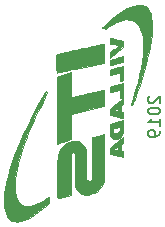
<source format=gbo>
G04 #@! TF.GenerationSoftware,KiCad,Pcbnew,(5.1.2)-1*
G04 #@! TF.CreationDate,2019-11-06T14:03:34-03:00*
G04 #@! TF.ProjectId,Xbee,58626565-2e6b-4696-9361-645f70636258,rev?*
G04 #@! TF.SameCoordinates,Original*
G04 #@! TF.FileFunction,Legend,Bot*
G04 #@! TF.FilePolarity,Positive*
%FSLAX46Y46*%
G04 Gerber Fmt 4.6, Leading zero omitted, Abs format (unit mm)*
G04 Created by KiCad (PCBNEW (5.1.2)-1) date 2019-11-06 14:03:34*
%MOMM*%
%LPD*%
G04 APERTURE LIST*
%ADD10C,0.150000*%
%ADD11C,0.010000*%
G04 APERTURE END LIST*
D10*
X158348419Y-51986394D02*
X158300800Y-52034013D01*
X158253180Y-52129251D01*
X158253180Y-52367346D01*
X158300800Y-52462584D01*
X158348419Y-52510203D01*
X158443657Y-52557822D01*
X158538895Y-52557822D01*
X158681752Y-52510203D01*
X159253180Y-51938775D01*
X159253180Y-52557822D01*
X158253180Y-53176870D02*
X158253180Y-53272108D01*
X158300800Y-53367346D01*
X158348419Y-53414965D01*
X158443657Y-53462584D01*
X158634133Y-53510203D01*
X158872228Y-53510203D01*
X159062704Y-53462584D01*
X159157942Y-53414965D01*
X159205561Y-53367346D01*
X159253180Y-53272108D01*
X159253180Y-53176870D01*
X159205561Y-53081632D01*
X159157942Y-53034013D01*
X159062704Y-52986394D01*
X158872228Y-52938775D01*
X158634133Y-52938775D01*
X158443657Y-52986394D01*
X158348419Y-53034013D01*
X158300800Y-53081632D01*
X158253180Y-53176870D01*
X159253180Y-54462584D02*
X159253180Y-53891156D01*
X159253180Y-54176870D02*
X158253180Y-54176870D01*
X158396038Y-54081632D01*
X158491276Y-53986394D01*
X158538895Y-53891156D01*
X159253180Y-54938775D02*
X159253180Y-55129251D01*
X159205561Y-55224489D01*
X159157942Y-55272108D01*
X159015085Y-55367346D01*
X158824609Y-55414965D01*
X158443657Y-55414965D01*
X158348419Y-55367346D01*
X158300800Y-55319727D01*
X158253180Y-55224489D01*
X158253180Y-55034013D01*
X158300800Y-54938775D01*
X158348419Y-54891156D01*
X158443657Y-54843537D01*
X158681752Y-54843537D01*
X158776990Y-54891156D01*
X158824609Y-54938775D01*
X158872228Y-55034013D01*
X158872228Y-55224489D01*
X158824609Y-55319727D01*
X158776990Y-55367346D01*
X158681752Y-55414965D01*
D11*
G36*
X146066855Y-61317247D02*
G01*
X146114211Y-61613606D01*
X146188995Y-61873916D01*
X146291363Y-62096888D01*
X146421468Y-62281232D01*
X146579465Y-62425659D01*
X146731176Y-62513965D01*
X146815306Y-62549705D01*
X146888768Y-62571533D01*
X146969504Y-62582698D01*
X147075455Y-62586452D01*
X147132040Y-62586600D01*
X147325128Y-62576272D01*
X147512828Y-62544030D01*
X147707248Y-62486597D01*
X147920502Y-62400695D01*
X148059140Y-62335782D01*
X148362771Y-62171475D01*
X148685976Y-61965789D01*
X149024122Y-61722007D01*
X149372572Y-61443411D01*
X149614538Y-61234420D01*
X149824440Y-61047669D01*
X149824440Y-60782854D01*
X149823783Y-60673787D01*
X149822007Y-60586540D01*
X149819404Y-60531645D01*
X149817081Y-60518040D01*
X149794436Y-60531277D01*
X149737403Y-60567593D01*
X149653867Y-60621890D01*
X149551711Y-60689073D01*
X149518631Y-60710966D01*
X149344055Y-60820688D01*
X149156099Y-60928491D01*
X148966262Y-61028511D01*
X148786047Y-61114887D01*
X148626954Y-61181756D01*
X148529040Y-61215395D01*
X148261541Y-61275035D01*
X148016918Y-61289439D01*
X147795816Y-61258959D01*
X147598884Y-61183948D01*
X147426769Y-61064760D01*
X147280119Y-60901747D01*
X147159580Y-60695262D01*
X147065799Y-60445659D01*
X147056169Y-60412087D01*
X146996201Y-60122504D01*
X146965853Y-59793893D01*
X146964740Y-59428219D01*
X146992476Y-59027446D01*
X147048677Y-58593538D01*
X147132957Y-58128459D01*
X147244931Y-57634174D01*
X147384214Y-57112645D01*
X147550419Y-56565839D01*
X147743163Y-55995717D01*
X147962060Y-55404246D01*
X148113822Y-55020050D01*
X148321525Y-54523012D01*
X148552327Y-54000250D01*
X148799105Y-53466874D01*
X149054738Y-52937994D01*
X149312105Y-52428720D01*
X149524303Y-52027357D01*
X149729231Y-51648542D01*
X149626655Y-51545966D01*
X149384228Y-51952357D01*
X149136579Y-52376670D01*
X148881882Y-52830217D01*
X148625680Y-53302345D01*
X148373513Y-53782397D01*
X148130924Y-54259718D01*
X147903452Y-54723653D01*
X147696640Y-55163545D01*
X147581764Y-55418308D01*
X147312031Y-56046711D01*
X147067871Y-56654534D01*
X146849441Y-57240487D01*
X146656893Y-57803282D01*
X146490383Y-58341630D01*
X146350066Y-58854240D01*
X146236096Y-59339826D01*
X146148627Y-59797096D01*
X146087813Y-60224762D01*
X146053811Y-60621536D01*
X146046773Y-60986127D01*
X146066855Y-61317247D01*
X146066855Y-61317247D01*
G37*
X146066855Y-61317247D02*
X146114211Y-61613606D01*
X146188995Y-61873916D01*
X146291363Y-62096888D01*
X146421468Y-62281232D01*
X146579465Y-62425659D01*
X146731176Y-62513965D01*
X146815306Y-62549705D01*
X146888768Y-62571533D01*
X146969504Y-62582698D01*
X147075455Y-62586452D01*
X147132040Y-62586600D01*
X147325128Y-62576272D01*
X147512828Y-62544030D01*
X147707248Y-62486597D01*
X147920502Y-62400695D01*
X148059140Y-62335782D01*
X148362771Y-62171475D01*
X148685976Y-61965789D01*
X149024122Y-61722007D01*
X149372572Y-61443411D01*
X149614538Y-61234420D01*
X149824440Y-61047669D01*
X149824440Y-60782854D01*
X149823783Y-60673787D01*
X149822007Y-60586540D01*
X149819404Y-60531645D01*
X149817081Y-60518040D01*
X149794436Y-60531277D01*
X149737403Y-60567593D01*
X149653867Y-60621890D01*
X149551711Y-60689073D01*
X149518631Y-60710966D01*
X149344055Y-60820688D01*
X149156099Y-60928491D01*
X148966262Y-61028511D01*
X148786047Y-61114887D01*
X148626954Y-61181756D01*
X148529040Y-61215395D01*
X148261541Y-61275035D01*
X148016918Y-61289439D01*
X147795816Y-61258959D01*
X147598884Y-61183948D01*
X147426769Y-61064760D01*
X147280119Y-60901747D01*
X147159580Y-60695262D01*
X147065799Y-60445659D01*
X147056169Y-60412087D01*
X146996201Y-60122504D01*
X146965853Y-59793893D01*
X146964740Y-59428219D01*
X146992476Y-59027446D01*
X147048677Y-58593538D01*
X147132957Y-58128459D01*
X147244931Y-57634174D01*
X147384214Y-57112645D01*
X147550419Y-56565839D01*
X147743163Y-55995717D01*
X147962060Y-55404246D01*
X148113822Y-55020050D01*
X148321525Y-54523012D01*
X148552327Y-54000250D01*
X148799105Y-53466874D01*
X149054738Y-52937994D01*
X149312105Y-52428720D01*
X149524303Y-52027357D01*
X149729231Y-51648542D01*
X149626655Y-51545966D01*
X149384228Y-51952357D01*
X149136579Y-52376670D01*
X148881882Y-52830217D01*
X148625680Y-53302345D01*
X148373513Y-53782397D01*
X148130924Y-54259718D01*
X147903452Y-54723653D01*
X147696640Y-55163545D01*
X147581764Y-55418308D01*
X147312031Y-56046711D01*
X147067871Y-56654534D01*
X146849441Y-57240487D01*
X146656893Y-57803282D01*
X146490383Y-58341630D01*
X146350066Y-58854240D01*
X146236096Y-59339826D01*
X146148627Y-59797096D01*
X146087813Y-60224762D01*
X146053811Y-60621536D01*
X146046773Y-60986127D01*
X146066855Y-61317247D01*
G36*
X150564741Y-59964691D02*
G01*
X150565805Y-60149266D01*
X150567579Y-60298288D01*
X150570105Y-60414807D01*
X150573425Y-60501873D01*
X150577582Y-60562533D01*
X150582617Y-60599838D01*
X150588574Y-60616836D01*
X150591831Y-60618676D01*
X150625029Y-60611836D01*
X150699537Y-60593239D01*
X150807760Y-60564887D01*
X150942105Y-60528781D01*
X151094979Y-60486922D01*
X151157940Y-60469482D01*
X151691340Y-60321252D01*
X151704040Y-58563193D01*
X151716740Y-56805135D01*
X151776703Y-56756587D01*
X151851424Y-56714714D01*
X151922879Y-56718994D01*
X152001073Y-56769315D01*
X152072340Y-56830591D01*
X152085040Y-58210765D01*
X152097740Y-59590940D01*
X152158807Y-59743340D01*
X152238750Y-59889387D01*
X152353951Y-60030061D01*
X152490933Y-60152060D01*
X152636216Y-60242083D01*
X152685598Y-60263227D01*
X152904107Y-60321699D01*
X153125018Y-60333232D01*
X153352463Y-60297459D01*
X153590574Y-60214014D01*
X153672540Y-60175784D01*
X153884385Y-60045080D01*
X154080136Y-59873412D01*
X154251483Y-59670013D01*
X154390115Y-59444119D01*
X154450241Y-59311540D01*
X154510740Y-59159140D01*
X154524922Y-55217464D01*
X154013612Y-55327840D01*
X153858398Y-55361797D01*
X153719787Y-55392977D01*
X153605579Y-55419557D01*
X153523575Y-55439711D01*
X153481574Y-55451616D01*
X153478291Y-55453056D01*
X153473619Y-55481122D01*
X153469491Y-55557681D01*
X153465935Y-55680429D01*
X153462976Y-55847064D01*
X153460640Y-56055280D01*
X153458953Y-56302774D01*
X153457941Y-56587241D01*
X153457631Y-56906379D01*
X153458028Y-57248974D01*
X153461776Y-59030053D01*
X153405594Y-59075546D01*
X153320284Y-59114827D01*
X153219429Y-59118226D01*
X153122470Y-59086696D01*
X153083406Y-59059765D01*
X153012140Y-58998491D01*
X152999440Y-57732615D01*
X152986740Y-56466740D01*
X152920055Y-56327040D01*
X152815416Y-56150144D01*
X152685292Y-56011556D01*
X152519838Y-55901252D01*
X152483717Y-55882724D01*
X152289429Y-55806539D01*
X152096612Y-55773668D01*
X151892195Y-55782674D01*
X151772159Y-55804495D01*
X151570336Y-55861830D01*
X151394802Y-55941511D01*
X151231041Y-56051753D01*
X151064541Y-56200772D01*
X151054524Y-56210749D01*
X150895028Y-56385632D01*
X150771896Y-56558336D01*
X150674236Y-56745331D01*
X150630575Y-56851915D01*
X150619803Y-56881063D01*
X150610485Y-56910165D01*
X150602500Y-56942985D01*
X150595725Y-56983284D01*
X150590037Y-57034824D01*
X150585313Y-57101368D01*
X150581430Y-57186677D01*
X150578267Y-57294514D01*
X150575700Y-57428641D01*
X150573607Y-57592820D01*
X150571864Y-57790813D01*
X150570350Y-58026382D01*
X150568942Y-58303290D01*
X150567517Y-58625299D01*
X150566736Y-58809890D01*
X150565384Y-59167163D01*
X150564573Y-59476689D01*
X150564345Y-59741515D01*
X150564741Y-59964691D01*
X150564741Y-59964691D01*
G37*
X150564741Y-59964691D02*
X150565805Y-60149266D01*
X150567579Y-60298288D01*
X150570105Y-60414807D01*
X150573425Y-60501873D01*
X150577582Y-60562533D01*
X150582617Y-60599838D01*
X150588574Y-60616836D01*
X150591831Y-60618676D01*
X150625029Y-60611836D01*
X150699537Y-60593239D01*
X150807760Y-60564887D01*
X150942105Y-60528781D01*
X151094979Y-60486922D01*
X151157940Y-60469482D01*
X151691340Y-60321252D01*
X151704040Y-58563193D01*
X151716740Y-56805135D01*
X151776703Y-56756587D01*
X151851424Y-56714714D01*
X151922879Y-56718994D01*
X152001073Y-56769315D01*
X152072340Y-56830591D01*
X152085040Y-58210765D01*
X152097740Y-59590940D01*
X152158807Y-59743340D01*
X152238750Y-59889387D01*
X152353951Y-60030061D01*
X152490933Y-60152060D01*
X152636216Y-60242083D01*
X152685598Y-60263227D01*
X152904107Y-60321699D01*
X153125018Y-60333232D01*
X153352463Y-60297459D01*
X153590574Y-60214014D01*
X153672540Y-60175784D01*
X153884385Y-60045080D01*
X154080136Y-59873412D01*
X154251483Y-59670013D01*
X154390115Y-59444119D01*
X154450241Y-59311540D01*
X154510740Y-59159140D01*
X154524922Y-55217464D01*
X154013612Y-55327840D01*
X153858398Y-55361797D01*
X153719787Y-55392977D01*
X153605579Y-55419557D01*
X153523575Y-55439711D01*
X153481574Y-55451616D01*
X153478291Y-55453056D01*
X153473619Y-55481122D01*
X153469491Y-55557681D01*
X153465935Y-55680429D01*
X153462976Y-55847064D01*
X153460640Y-56055280D01*
X153458953Y-56302774D01*
X153457941Y-56587241D01*
X153457631Y-56906379D01*
X153458028Y-57248974D01*
X153461776Y-59030053D01*
X153405594Y-59075546D01*
X153320284Y-59114827D01*
X153219429Y-59118226D01*
X153122470Y-59086696D01*
X153083406Y-59059765D01*
X153012140Y-58998491D01*
X152999440Y-57732615D01*
X152986740Y-56466740D01*
X152920055Y-56327040D01*
X152815416Y-56150144D01*
X152685292Y-56011556D01*
X152519838Y-55901252D01*
X152483717Y-55882724D01*
X152289429Y-55806539D01*
X152096612Y-55773668D01*
X151892195Y-55782674D01*
X151772159Y-55804495D01*
X151570336Y-55861830D01*
X151394802Y-55941511D01*
X151231041Y-56051753D01*
X151064541Y-56200772D01*
X151054524Y-56210749D01*
X150895028Y-56385632D01*
X150771896Y-56558336D01*
X150674236Y-56745331D01*
X150630575Y-56851915D01*
X150619803Y-56881063D01*
X150610485Y-56910165D01*
X150602500Y-56942985D01*
X150595725Y-56983284D01*
X150590037Y-57034824D01*
X150585313Y-57101368D01*
X150581430Y-57186677D01*
X150578267Y-57294514D01*
X150575700Y-57428641D01*
X150573607Y-57592820D01*
X150571864Y-57790813D01*
X150570350Y-58026382D01*
X150568942Y-58303290D01*
X150567517Y-58625299D01*
X150566736Y-58809890D01*
X150565384Y-59167163D01*
X150564573Y-59476689D01*
X150564345Y-59741515D01*
X150564741Y-59964691D01*
G36*
X150884780Y-55891485D02*
G01*
X151035392Y-55845073D01*
X151196961Y-55795286D01*
X151348736Y-55748521D01*
X151456390Y-55715353D01*
X151704040Y-55639058D01*
X151704169Y-54566999D01*
X151704299Y-53494940D01*
X153113869Y-53165156D01*
X154523440Y-52835372D01*
X154523440Y-52130106D01*
X154523129Y-51946757D01*
X154522252Y-51781151D01*
X154520892Y-51639741D01*
X154519130Y-51528980D01*
X154517049Y-51455321D01*
X154514732Y-51425219D01*
X154514436Y-51424840D01*
X154488038Y-51430468D01*
X154417645Y-51446500D01*
X154308699Y-51471657D01*
X154166644Y-51504661D01*
X153996921Y-51544232D01*
X153804975Y-51589093D01*
X153596247Y-51637963D01*
X153376181Y-51689564D01*
X153150219Y-51742618D01*
X152923804Y-51795845D01*
X152702380Y-51847967D01*
X152491388Y-51897706D01*
X152296273Y-51943781D01*
X152122476Y-51984915D01*
X151975441Y-52019829D01*
X151860610Y-52047243D01*
X151783426Y-52065880D01*
X151749333Y-52074460D01*
X151748761Y-52074632D01*
X151738046Y-52075446D01*
X151729158Y-52067631D01*
X151721891Y-52046805D01*
X151716037Y-52008587D01*
X151711391Y-51948596D01*
X151707745Y-51862453D01*
X151704893Y-51745774D01*
X151702629Y-51594181D01*
X151700745Y-51403292D01*
X151699035Y-51168726D01*
X151697961Y-50997726D01*
X151691340Y-49906962D01*
X150573740Y-50321368D01*
X150560820Y-55991322D01*
X150884780Y-55891485D01*
X150884780Y-55891485D01*
G37*
X150884780Y-55891485D02*
X151035392Y-55845073D01*
X151196961Y-55795286D01*
X151348736Y-55748521D01*
X151456390Y-55715353D01*
X151704040Y-55639058D01*
X151704169Y-54566999D01*
X151704299Y-53494940D01*
X153113869Y-53165156D01*
X154523440Y-52835372D01*
X154523440Y-52130106D01*
X154523129Y-51946757D01*
X154522252Y-51781151D01*
X154520892Y-51639741D01*
X154519130Y-51528980D01*
X154517049Y-51455321D01*
X154514732Y-51425219D01*
X154514436Y-51424840D01*
X154488038Y-51430468D01*
X154417645Y-51446500D01*
X154308699Y-51471657D01*
X154166644Y-51504661D01*
X153996921Y-51544232D01*
X153804975Y-51589093D01*
X153596247Y-51637963D01*
X153376181Y-51689564D01*
X153150219Y-51742618D01*
X152923804Y-51795845D01*
X152702380Y-51847967D01*
X152491388Y-51897706D01*
X152296273Y-51943781D01*
X152122476Y-51984915D01*
X151975441Y-52019829D01*
X151860610Y-52047243D01*
X151783426Y-52065880D01*
X151749333Y-52074460D01*
X151748761Y-52074632D01*
X151738046Y-52075446D01*
X151729158Y-52067631D01*
X151721891Y-52046805D01*
X151716037Y-52008587D01*
X151711391Y-51948596D01*
X151707745Y-51862453D01*
X151704893Y-51745774D01*
X151702629Y-51594181D01*
X151700745Y-51403292D01*
X151699035Y-51168726D01*
X151697961Y-50997726D01*
X151691340Y-49906962D01*
X150573740Y-50321368D01*
X150560820Y-55991322D01*
X150884780Y-55891485D01*
G36*
X150485284Y-49221094D02*
G01*
X150486446Y-49392359D01*
X150488237Y-49554862D01*
X150490628Y-49701160D01*
X150493586Y-49823809D01*
X150497081Y-49915363D01*
X150501083Y-49968380D01*
X150503890Y-49978647D01*
X150531119Y-49973715D01*
X150604269Y-49958935D01*
X150719588Y-49935100D01*
X150873322Y-49902998D01*
X151061720Y-49863422D01*
X151281028Y-49817162D01*
X151527494Y-49765008D01*
X151797366Y-49707751D01*
X152086889Y-49646183D01*
X152392313Y-49581093D01*
X152523018Y-49553197D01*
X154523096Y-49126140D01*
X154523268Y-48330678D01*
X154523166Y-48108632D01*
X154522563Y-47932282D01*
X154521169Y-47796522D01*
X154518694Y-47696247D01*
X154514850Y-47626354D01*
X154509348Y-47581738D01*
X154501899Y-47557293D01*
X154492213Y-47547916D01*
X154480002Y-47548502D01*
X154478990Y-47548801D01*
X154448417Y-47555936D01*
X154373102Y-47572605D01*
X154257607Y-47597829D01*
X154106498Y-47630632D01*
X153924336Y-47670034D01*
X153715687Y-47715057D01*
X153485114Y-47764723D01*
X153237180Y-47818054D01*
X152976450Y-47874072D01*
X152707487Y-47931798D01*
X152434854Y-47990255D01*
X152163116Y-48048464D01*
X151896836Y-48105446D01*
X151640578Y-48160224D01*
X151398906Y-48211819D01*
X151176383Y-48259254D01*
X150977574Y-48301550D01*
X150807041Y-48337728D01*
X150669348Y-48366811D01*
X150569060Y-48387820D01*
X150510740Y-48399778D01*
X150497367Y-48402240D01*
X150493260Y-48426395D01*
X150489997Y-48493899D01*
X150487549Y-48597307D01*
X150485884Y-48729174D01*
X150484973Y-48882057D01*
X150484783Y-49048512D01*
X150485284Y-49221094D01*
X150485284Y-49221094D01*
G37*
X150485284Y-49221094D02*
X150486446Y-49392359D01*
X150488237Y-49554862D01*
X150490628Y-49701160D01*
X150493586Y-49823809D01*
X150497081Y-49915363D01*
X150501083Y-49968380D01*
X150503890Y-49978647D01*
X150531119Y-49973715D01*
X150604269Y-49958935D01*
X150719588Y-49935100D01*
X150873322Y-49902998D01*
X151061720Y-49863422D01*
X151281028Y-49817162D01*
X151527494Y-49765008D01*
X151797366Y-49707751D01*
X152086889Y-49646183D01*
X152392313Y-49581093D01*
X152523018Y-49553197D01*
X154523096Y-49126140D01*
X154523268Y-48330678D01*
X154523166Y-48108632D01*
X154522563Y-47932282D01*
X154521169Y-47796522D01*
X154518694Y-47696247D01*
X154514850Y-47626354D01*
X154509348Y-47581738D01*
X154501899Y-47557293D01*
X154492213Y-47547916D01*
X154480002Y-47548502D01*
X154478990Y-47548801D01*
X154448417Y-47555936D01*
X154373102Y-47572605D01*
X154257607Y-47597829D01*
X154106498Y-47630632D01*
X153924336Y-47670034D01*
X153715687Y-47715057D01*
X153485114Y-47764723D01*
X153237180Y-47818054D01*
X152976450Y-47874072D01*
X152707487Y-47931798D01*
X152434854Y-47990255D01*
X152163116Y-48048464D01*
X151896836Y-48105446D01*
X151640578Y-48160224D01*
X151398906Y-48211819D01*
X151176383Y-48259254D01*
X150977574Y-48301550D01*
X150807041Y-48337728D01*
X150669348Y-48366811D01*
X150569060Y-48387820D01*
X150510740Y-48399778D01*
X150497367Y-48402240D01*
X150493260Y-48426395D01*
X150489997Y-48493899D01*
X150487549Y-48597307D01*
X150485884Y-48729174D01*
X150484973Y-48882057D01*
X150484783Y-49048512D01*
X150485284Y-49221094D01*
G36*
X155011560Y-56592712D02*
G01*
X155018740Y-56847740D01*
X155539440Y-56978794D01*
X155697043Y-57018043D01*
X155839849Y-57052817D01*
X155959838Y-57081228D01*
X156048994Y-57101386D01*
X156099296Y-57111403D01*
X156105509Y-57112144D01*
X156126291Y-57108719D01*
X156139027Y-57089823D01*
X156145130Y-57046358D01*
X156146013Y-56969227D01*
X156143609Y-56866790D01*
X156136340Y-56619140D01*
X155958540Y-56593740D01*
X155951370Y-56324607D01*
X155944200Y-56055475D01*
X156149040Y-55919919D01*
X156149040Y-55677717D01*
X156147781Y-55563948D01*
X156143246Y-55493561D01*
X156134297Y-55459182D01*
X156119797Y-55453438D01*
X156114804Y-55455827D01*
X156086532Y-55476584D01*
X156024186Y-55524806D01*
X155933290Y-55596137D01*
X155819370Y-55686224D01*
X155717240Y-55767425D01*
X155717240Y-56222399D01*
X155717240Y-56560627D01*
X155558490Y-56542612D01*
X155448362Y-56528132D01*
X155385607Y-56511439D01*
X155369235Y-56486987D01*
X155398253Y-56449225D01*
X155471670Y-56392605D01*
X155525006Y-56355290D01*
X155717240Y-56222399D01*
X155717240Y-55767425D01*
X155687951Y-55790712D01*
X155544558Y-55905245D01*
X155542474Y-55906912D01*
X155004380Y-56337685D01*
X155011560Y-56592712D01*
X155011560Y-56592712D01*
G37*
X155011560Y-56592712D02*
X155018740Y-56847740D01*
X155539440Y-56978794D01*
X155697043Y-57018043D01*
X155839849Y-57052817D01*
X155959838Y-57081228D01*
X156048994Y-57101386D01*
X156099296Y-57111403D01*
X156105509Y-57112144D01*
X156126291Y-57108719D01*
X156139027Y-57089823D01*
X156145130Y-57046358D01*
X156146013Y-56969227D01*
X156143609Y-56866790D01*
X156136340Y-56619140D01*
X155958540Y-56593740D01*
X155951370Y-56324607D01*
X155944200Y-56055475D01*
X156149040Y-55919919D01*
X156149040Y-55677717D01*
X156147781Y-55563948D01*
X156143246Y-55493561D01*
X156134297Y-55459182D01*
X156119797Y-55453438D01*
X156114804Y-55455827D01*
X156086532Y-55476584D01*
X156024186Y-55524806D01*
X155933290Y-55596137D01*
X155819370Y-55686224D01*
X155717240Y-55767425D01*
X155717240Y-56222399D01*
X155717240Y-56560627D01*
X155558490Y-56542612D01*
X155448362Y-56528132D01*
X155385607Y-56511439D01*
X155369235Y-56486987D01*
X155398253Y-56449225D01*
X155471670Y-56392605D01*
X155525006Y-56355290D01*
X155717240Y-56222399D01*
X155717240Y-55767425D01*
X155687951Y-55790712D01*
X155544558Y-55905245D01*
X155542474Y-55906912D01*
X155004380Y-56337685D01*
X155011560Y-56592712D01*
G36*
X155020721Y-54795818D02*
G01*
X155021746Y-54965344D01*
X155023832Y-55092647D01*
X155027879Y-55186303D01*
X155034788Y-55254890D01*
X155045457Y-55306985D01*
X155060787Y-55351163D01*
X155081678Y-55396001D01*
X155084221Y-55401078D01*
X155160453Y-55514368D01*
X155255658Y-55582401D01*
X155376354Y-55608739D01*
X155459857Y-55606386D01*
X155630005Y-55569291D01*
X155786612Y-55495495D01*
X155915860Y-55392352D01*
X155960123Y-55340080D01*
X156013828Y-55261280D01*
X156055317Y-55182976D01*
X156086373Y-55096774D01*
X156108775Y-54994279D01*
X156124305Y-54867098D01*
X156134743Y-54706835D01*
X156141870Y-54505097D01*
X156142521Y-54480301D01*
X156155015Y-53992463D01*
X155967877Y-54045906D01*
X155877178Y-54071676D01*
X155877178Y-54567763D01*
X155879241Y-54568338D01*
X155891645Y-54601430D01*
X155892031Y-54667938D01*
X155882634Y-54752518D01*
X155865686Y-54839826D01*
X155843423Y-54914519D01*
X155822878Y-54955440D01*
X155746037Y-55025799D01*
X155634739Y-55083626D01*
X155505142Y-55120725D01*
X155493046Y-55122781D01*
X155404646Y-55123461D01*
X155342139Y-55089405D01*
X155301006Y-55015814D01*
X155276728Y-54897888D01*
X155276059Y-54892313D01*
X155268645Y-54811272D01*
X155267254Y-54752928D01*
X155270721Y-54733092D01*
X155302060Y-54718727D01*
X155369807Y-54696145D01*
X155462109Y-54668554D01*
X155567116Y-54639163D01*
X155672978Y-54611179D01*
X155767843Y-54587813D01*
X155839860Y-54572271D01*
X155877178Y-54567763D01*
X155877178Y-54071676D01*
X155874525Y-54072430D01*
X155746966Y-54108484D01*
X155599917Y-54149919D01*
X155448095Y-54192584D01*
X155399740Y-54206146D01*
X155018740Y-54312943D01*
X155020721Y-54795818D01*
X155020721Y-54795818D01*
G37*
X155020721Y-54795818D02*
X155021746Y-54965344D01*
X155023832Y-55092647D01*
X155027879Y-55186303D01*
X155034788Y-55254890D01*
X155045457Y-55306985D01*
X155060787Y-55351163D01*
X155081678Y-55396001D01*
X155084221Y-55401078D01*
X155160453Y-55514368D01*
X155255658Y-55582401D01*
X155376354Y-55608739D01*
X155459857Y-55606386D01*
X155630005Y-55569291D01*
X155786612Y-55495495D01*
X155915860Y-55392352D01*
X155960123Y-55340080D01*
X156013828Y-55261280D01*
X156055317Y-55182976D01*
X156086373Y-55096774D01*
X156108775Y-54994279D01*
X156124305Y-54867098D01*
X156134743Y-54706835D01*
X156141870Y-54505097D01*
X156142521Y-54480301D01*
X156155015Y-53992463D01*
X155967877Y-54045906D01*
X155877178Y-54071676D01*
X155877178Y-54567763D01*
X155879241Y-54568338D01*
X155891645Y-54601430D01*
X155892031Y-54667938D01*
X155882634Y-54752518D01*
X155865686Y-54839826D01*
X155843423Y-54914519D01*
X155822878Y-54955440D01*
X155746037Y-55025799D01*
X155634739Y-55083626D01*
X155505142Y-55120725D01*
X155493046Y-55122781D01*
X155404646Y-55123461D01*
X155342139Y-55089405D01*
X155301006Y-55015814D01*
X155276728Y-54897888D01*
X155276059Y-54892313D01*
X155268645Y-54811272D01*
X155267254Y-54752928D01*
X155270721Y-54733092D01*
X155302060Y-54718727D01*
X155369807Y-54696145D01*
X155462109Y-54668554D01*
X155567116Y-54639163D01*
X155672978Y-54611179D01*
X155767843Y-54587813D01*
X155839860Y-54572271D01*
X155877178Y-54567763D01*
X155877178Y-54071676D01*
X155874525Y-54072430D01*
X155746966Y-54108484D01*
X155599917Y-54149919D01*
X155448095Y-54192584D01*
X155399740Y-54206146D01*
X155018740Y-54312943D01*
X155020721Y-54795818D01*
G36*
X155018740Y-53567397D02*
G01*
X155514040Y-53687721D01*
X155670013Y-53725479D01*
X155813024Y-53759853D01*
X155934249Y-53788740D01*
X156024863Y-53810039D01*
X156076041Y-53821649D01*
X156079190Y-53822307D01*
X156149040Y-53836570D01*
X156149040Y-53583205D01*
X156148607Y-53468104D01*
X156145808Y-53394517D01*
X156138392Y-53353161D01*
X156124107Y-53334749D01*
X156100704Y-53329996D01*
X156087617Y-53329840D01*
X156026980Y-53327335D01*
X155986662Y-53314097D01*
X155962528Y-53281536D01*
X155950442Y-53221062D01*
X155946268Y-53124087D01*
X155945840Y-53035382D01*
X155945840Y-52771760D01*
X156047440Y-52704525D01*
X156149040Y-52637289D01*
X156149040Y-52399364D01*
X156147457Y-52296470D01*
X156143206Y-52215972D01*
X156137034Y-52168979D01*
X156133045Y-52161440D01*
X156109837Y-52176706D01*
X156052260Y-52219814D01*
X155965500Y-52286728D01*
X155854742Y-52373411D01*
X155725171Y-52475828D01*
X155705756Y-52491299D01*
X155705756Y-52948840D01*
X155711574Y-52972027D01*
X155715705Y-53032754D01*
X155717240Y-53115958D01*
X155717240Y-53283076D01*
X155647390Y-53269320D01*
X155578575Y-53257309D01*
X155489365Y-53243606D01*
X155457149Y-53239056D01*
X155390089Y-53225673D01*
X155352677Y-53209861D01*
X155349701Y-53201607D01*
X155374626Y-53178973D01*
X155428506Y-53137512D01*
X155499175Y-53085860D01*
X155574465Y-53032656D01*
X155642210Y-52986537D01*
X155690242Y-52956141D01*
X155705756Y-52948840D01*
X155705756Y-52491299D01*
X155581971Y-52589943D01*
X155560668Y-52606993D01*
X155004286Y-53052547D01*
X155018740Y-53567397D01*
X155018740Y-53567397D01*
G37*
X155018740Y-53567397D02*
X155514040Y-53687721D01*
X155670013Y-53725479D01*
X155813024Y-53759853D01*
X155934249Y-53788740D01*
X156024863Y-53810039D01*
X156076041Y-53821649D01*
X156079190Y-53822307D01*
X156149040Y-53836570D01*
X156149040Y-53583205D01*
X156148607Y-53468104D01*
X156145808Y-53394517D01*
X156138392Y-53353161D01*
X156124107Y-53334749D01*
X156100704Y-53329996D01*
X156087617Y-53329840D01*
X156026980Y-53327335D01*
X155986662Y-53314097D01*
X155962528Y-53281536D01*
X155950442Y-53221062D01*
X155946268Y-53124087D01*
X155945840Y-53035382D01*
X155945840Y-52771760D01*
X156047440Y-52704525D01*
X156149040Y-52637289D01*
X156149040Y-52399364D01*
X156147457Y-52296470D01*
X156143206Y-52215972D01*
X156137034Y-52168979D01*
X156133045Y-52161440D01*
X156109837Y-52176706D01*
X156052260Y-52219814D01*
X155965500Y-52286728D01*
X155854742Y-52373411D01*
X155725171Y-52475828D01*
X155705756Y-52491299D01*
X155705756Y-52948840D01*
X155711574Y-52972027D01*
X155715705Y-53032754D01*
X155717240Y-53115958D01*
X155717240Y-53283076D01*
X155647390Y-53269320D01*
X155578575Y-53257309D01*
X155489365Y-53243606D01*
X155457149Y-53239056D01*
X155390089Y-53225673D01*
X155352677Y-53209861D01*
X155349701Y-53201607D01*
X155374626Y-53178973D01*
X155428506Y-53137512D01*
X155499175Y-53085860D01*
X155574465Y-53032656D01*
X155642210Y-52986537D01*
X155690242Y-52956141D01*
X155705756Y-52948840D01*
X155705756Y-52491299D01*
X155581971Y-52589943D01*
X155560668Y-52606993D01*
X155004286Y-53052547D01*
X155018740Y-53567397D01*
G36*
X155007446Y-51498347D02*
G01*
X155011204Y-51578709D01*
X155016620Y-51625850D01*
X155019194Y-51632727D01*
X155046841Y-51630611D01*
X155114660Y-51616233D01*
X155214090Y-51591666D01*
X155336567Y-51558983D01*
X155419244Y-51535860D01*
X155553491Y-51498201D01*
X155671646Y-51466028D01*
X155764585Y-51441749D01*
X155823183Y-51427775D01*
X155837890Y-51425339D01*
X155851055Y-51438281D01*
X155860322Y-51481306D01*
X155866171Y-51559995D01*
X155869086Y-51679925D01*
X155869640Y-51792342D01*
X155870652Y-51942186D01*
X155874027Y-52046985D01*
X155880275Y-52112460D01*
X155889905Y-52144334D01*
X155901390Y-52149196D01*
X155944548Y-52136584D01*
X156014414Y-52117816D01*
X156041090Y-52110915D01*
X156149040Y-52083281D01*
X156149040Y-51474660D01*
X156148321Y-51269033D01*
X156146039Y-51110294D01*
X156142003Y-50994551D01*
X156136021Y-50917911D01*
X156127904Y-50876480D01*
X156119218Y-50866040D01*
X156087789Y-50872567D01*
X156016435Y-50890514D01*
X155914103Y-50917427D01*
X155789737Y-50950854D01*
X155652282Y-50988342D01*
X155510683Y-51027438D01*
X155373885Y-51065688D01*
X155250834Y-51100641D01*
X155150474Y-51129843D01*
X155088590Y-51148658D01*
X155006040Y-51174779D01*
X155006040Y-51397176D01*
X155007446Y-51498347D01*
X155007446Y-51498347D01*
G37*
X155007446Y-51498347D02*
X155011204Y-51578709D01*
X155016620Y-51625850D01*
X155019194Y-51632727D01*
X155046841Y-51630611D01*
X155114660Y-51616233D01*
X155214090Y-51591666D01*
X155336567Y-51558983D01*
X155419244Y-51535860D01*
X155553491Y-51498201D01*
X155671646Y-51466028D01*
X155764585Y-51441749D01*
X155823183Y-51427775D01*
X155837890Y-51425339D01*
X155851055Y-51438281D01*
X155860322Y-51481306D01*
X155866171Y-51559995D01*
X155869086Y-51679925D01*
X155869640Y-51792342D01*
X155870652Y-51942186D01*
X155874027Y-52046985D01*
X155880275Y-52112460D01*
X155889905Y-52144334D01*
X155901390Y-52149196D01*
X155944548Y-52136584D01*
X156014414Y-52117816D01*
X156041090Y-52110915D01*
X156149040Y-52083281D01*
X156149040Y-51474660D01*
X156148321Y-51269033D01*
X156146039Y-51110294D01*
X156142003Y-50994551D01*
X156136021Y-50917911D01*
X156127904Y-50876480D01*
X156119218Y-50866040D01*
X156087789Y-50872567D01*
X156016435Y-50890514D01*
X155914103Y-50917427D01*
X155789737Y-50950854D01*
X155652282Y-50988342D01*
X155510683Y-51027438D01*
X155373885Y-51065688D01*
X155250834Y-51100641D01*
X155150474Y-51129843D01*
X155088590Y-51148658D01*
X155006040Y-51174779D01*
X155006040Y-51397176D01*
X155007446Y-51498347D01*
G36*
X155007449Y-50063977D02*
G01*
X155012712Y-50132536D01*
X155023382Y-50168222D01*
X155041010Y-50179974D01*
X155045409Y-50180240D01*
X155082882Y-50173642D01*
X155159431Y-50155493D01*
X155265306Y-50128257D01*
X155390755Y-50094397D01*
X155447485Y-50078640D01*
X155577320Y-50042808D01*
X155690738Y-50012518D01*
X155778300Y-49990211D01*
X155830569Y-49978333D01*
X155839915Y-49977040D01*
X155852632Y-49994184D01*
X155861577Y-50048345D01*
X155867081Y-50143619D01*
X155869475Y-50284099D01*
X155869640Y-50344542D01*
X155870652Y-50494386D01*
X155874027Y-50599185D01*
X155880275Y-50664660D01*
X155889905Y-50696534D01*
X155901390Y-50701396D01*
X155944548Y-50688784D01*
X156014414Y-50670016D01*
X156041090Y-50663115D01*
X156149040Y-50635481D01*
X156149040Y-50026860D01*
X156148321Y-49821233D01*
X156146039Y-49662494D01*
X156142003Y-49546751D01*
X156136021Y-49470111D01*
X156127904Y-49428680D01*
X156119218Y-49418240D01*
X156087789Y-49424767D01*
X156016435Y-49442714D01*
X155914103Y-49469627D01*
X155789737Y-49503054D01*
X155652282Y-49540542D01*
X155510683Y-49579638D01*
X155373885Y-49617888D01*
X155250834Y-49652841D01*
X155150474Y-49682043D01*
X155088590Y-49700858D01*
X155006040Y-49726979D01*
X155006040Y-49953609D01*
X155007449Y-50063977D01*
X155007449Y-50063977D01*
G37*
X155007449Y-50063977D02*
X155012712Y-50132536D01*
X155023382Y-50168222D01*
X155041010Y-50179974D01*
X155045409Y-50180240D01*
X155082882Y-50173642D01*
X155159431Y-50155493D01*
X155265306Y-50128257D01*
X155390755Y-50094397D01*
X155447485Y-50078640D01*
X155577320Y-50042808D01*
X155690738Y-50012518D01*
X155778300Y-49990211D01*
X155830569Y-49978333D01*
X155839915Y-49977040D01*
X155852632Y-49994184D01*
X155861577Y-50048345D01*
X155867081Y-50143619D01*
X155869475Y-50284099D01*
X155869640Y-50344542D01*
X155870652Y-50494386D01*
X155874027Y-50599185D01*
X155880275Y-50664660D01*
X155889905Y-50696534D01*
X155901390Y-50701396D01*
X155944548Y-50688784D01*
X156014414Y-50670016D01*
X156041090Y-50663115D01*
X156149040Y-50635481D01*
X156149040Y-50026860D01*
X156148321Y-49821233D01*
X156146039Y-49662494D01*
X156142003Y-49546751D01*
X156136021Y-49470111D01*
X156127904Y-49428680D01*
X156119218Y-49418240D01*
X156087789Y-49424767D01*
X156016435Y-49442714D01*
X155914103Y-49469627D01*
X155789737Y-49503054D01*
X155652282Y-49540542D01*
X155510683Y-49579638D01*
X155373885Y-49617888D01*
X155250834Y-49652841D01*
X155150474Y-49682043D01*
X155088590Y-49700858D01*
X155006040Y-49726979D01*
X155006040Y-49953609D01*
X155007449Y-50063977D01*
G36*
X155008006Y-49259858D02*
G01*
X155013148Y-49328843D01*
X155021893Y-49365013D01*
X155025407Y-49367440D01*
X155054973Y-49360880D01*
X155125289Y-49342659D01*
X155228228Y-49314960D01*
X155355663Y-49279968D01*
X155488957Y-49242819D01*
X155639925Y-49200547D01*
X155781592Y-49161034D01*
X155903584Y-49127161D01*
X155995524Y-49101812D01*
X156041090Y-49089440D01*
X156149040Y-49060681D01*
X156149040Y-48818649D01*
X156148201Y-48706461D01*
X156144558Y-48636348D01*
X156136418Y-48599596D01*
X156122088Y-48587492D01*
X156104590Y-48589829D01*
X156067396Y-48600435D01*
X155989368Y-48622374D01*
X155878615Y-48653376D01*
X155743249Y-48691171D01*
X155591380Y-48733490D01*
X155557891Y-48742812D01*
X155405079Y-48785732D01*
X155268554Y-48824828D01*
X155156043Y-48857825D01*
X155075271Y-48882449D01*
X155033965Y-48896428D01*
X155030841Y-48897910D01*
X155020325Y-48927309D01*
X155012626Y-48991782D01*
X155007902Y-49077749D01*
X155006309Y-49171634D01*
X155008006Y-49259858D01*
X155008006Y-49259858D01*
G37*
X155008006Y-49259858D02*
X155013148Y-49328843D01*
X155021893Y-49365013D01*
X155025407Y-49367440D01*
X155054973Y-49360880D01*
X155125289Y-49342659D01*
X155228228Y-49314960D01*
X155355663Y-49279968D01*
X155488957Y-49242819D01*
X155639925Y-49200547D01*
X155781592Y-49161034D01*
X155903584Y-49127161D01*
X155995524Y-49101812D01*
X156041090Y-49089440D01*
X156149040Y-49060681D01*
X156149040Y-48818649D01*
X156148201Y-48706461D01*
X156144558Y-48636348D01*
X156136418Y-48599596D01*
X156122088Y-48587492D01*
X156104590Y-48589829D01*
X156067396Y-48600435D01*
X155989368Y-48622374D01*
X155878615Y-48653376D01*
X155743249Y-48691171D01*
X155591380Y-48733490D01*
X155557891Y-48742812D01*
X155405079Y-48785732D01*
X155268554Y-48824828D01*
X155156043Y-48857825D01*
X155075271Y-48882449D01*
X155033965Y-48896428D01*
X155030841Y-48897910D01*
X155020325Y-48927309D01*
X155012626Y-48991782D01*
X155007902Y-49077749D01*
X155006309Y-49171634D01*
X155008006Y-49259858D01*
G36*
X155279090Y-47573170D02*
G01*
X155406151Y-47592313D01*
X155528283Y-47610356D01*
X155628329Y-47624782D01*
X155672790Y-47630947D01*
X155743000Y-47643532D01*
X155786503Y-47657413D01*
X155793440Y-47663946D01*
X155773636Y-47683109D01*
X155718515Y-47726413D01*
X155634513Y-47789061D01*
X155528067Y-47866256D01*
X155405612Y-47953204D01*
X155399740Y-47957332D01*
X155006040Y-48233916D01*
X155006040Y-48470478D01*
X155007299Y-48573052D01*
X155010682Y-48653197D01*
X155015590Y-48699770D01*
X155018700Y-48707040D01*
X155041077Y-48691848D01*
X155097977Y-48648949D01*
X155184243Y-48582352D01*
X155294718Y-48496068D01*
X155424245Y-48394109D01*
X155567667Y-48280485D01*
X155590200Y-48262571D01*
X156149040Y-47818102D01*
X156149040Y-47563274D01*
X156146722Y-47433320D01*
X156139380Y-47349101D01*
X156126431Y-47305743D01*
X156117290Y-47297728D01*
X156085999Y-47289480D01*
X156013951Y-47271547D01*
X155909806Y-47246023D01*
X155782222Y-47214999D01*
X155639858Y-47180569D01*
X155491375Y-47144825D01*
X155345430Y-47109860D01*
X155210683Y-47077765D01*
X155095794Y-47050634D01*
X155063190Y-47043004D01*
X155037133Y-47038862D01*
X155020515Y-47047007D01*
X155011212Y-47076260D01*
X155007104Y-47135442D01*
X155006069Y-47233374D01*
X155006040Y-47280632D01*
X155006040Y-47531592D01*
X155279090Y-47573170D01*
X155279090Y-47573170D01*
G37*
X155279090Y-47573170D02*
X155406151Y-47592313D01*
X155528283Y-47610356D01*
X155628329Y-47624782D01*
X155672790Y-47630947D01*
X155743000Y-47643532D01*
X155786503Y-47657413D01*
X155793440Y-47663946D01*
X155773636Y-47683109D01*
X155718515Y-47726413D01*
X155634513Y-47789061D01*
X155528067Y-47866256D01*
X155405612Y-47953204D01*
X155399740Y-47957332D01*
X155006040Y-48233916D01*
X155006040Y-48470478D01*
X155007299Y-48573052D01*
X155010682Y-48653197D01*
X155015590Y-48699770D01*
X155018700Y-48707040D01*
X155041077Y-48691848D01*
X155097977Y-48648949D01*
X155184243Y-48582352D01*
X155294718Y-48496068D01*
X155424245Y-48394109D01*
X155567667Y-48280485D01*
X155590200Y-48262571D01*
X156149040Y-47818102D01*
X156149040Y-47563274D01*
X156146722Y-47433320D01*
X156139380Y-47349101D01*
X156126431Y-47305743D01*
X156117290Y-47297728D01*
X156085999Y-47289480D01*
X156013951Y-47271547D01*
X155909806Y-47246023D01*
X155782222Y-47214999D01*
X155639858Y-47180569D01*
X155491375Y-47144825D01*
X155345430Y-47109860D01*
X155210683Y-47077765D01*
X155095794Y-47050634D01*
X155063190Y-47043004D01*
X155037133Y-47038862D01*
X155020515Y-47047007D01*
X155011212Y-47076260D01*
X155007104Y-47135442D01*
X155006069Y-47233374D01*
X155006040Y-47280632D01*
X155006040Y-47531592D01*
X155279090Y-47573170D01*
G36*
X154369416Y-46197957D02*
G01*
X154411154Y-46216760D01*
X154495433Y-46235047D01*
X154516994Y-46238724D01*
X154684139Y-46266421D01*
X154800639Y-46169218D01*
X154934435Y-46066669D01*
X155097331Y-45955579D01*
X155271601Y-45847093D01*
X155439514Y-45752359D01*
X155554439Y-45695288D01*
X155856767Y-45577660D01*
X156143531Y-45506515D01*
X156413107Y-45481240D01*
X156663875Y-45501218D01*
X156894209Y-45565835D01*
X157102489Y-45674475D01*
X157287090Y-45826524D01*
X157446390Y-46021366D01*
X157578767Y-46258387D01*
X157670395Y-46497240D01*
X157730708Y-46726287D01*
X157775077Y-46984975D01*
X157804491Y-47280299D01*
X157817623Y-47538640D01*
X157816792Y-48005067D01*
X157784797Y-48508398D01*
X157722161Y-49045830D01*
X157629406Y-49614558D01*
X157507054Y-50211780D01*
X157355627Y-50834692D01*
X157175648Y-51480491D01*
X156967638Y-52146374D01*
X156948672Y-52203837D01*
X156893177Y-52372181D01*
X156852529Y-52498890D01*
X156825261Y-52590441D01*
X156809907Y-52653309D01*
X156805001Y-52693969D01*
X156809078Y-52718897D01*
X156820670Y-52734568D01*
X156827315Y-52739864D01*
X156843367Y-52751300D01*
X156857313Y-52755860D01*
X156871778Y-52748365D01*
X156889387Y-52723637D01*
X156912764Y-52676497D01*
X156944535Y-52601767D01*
X156987324Y-52494267D01*
X157043757Y-52348819D01*
X157101669Y-52198600D01*
X157325670Y-51598876D01*
X157533927Y-51003631D01*
X157725699Y-50416159D01*
X157900246Y-49839756D01*
X158056829Y-49277715D01*
X158194708Y-48733331D01*
X158313141Y-48209898D01*
X158411390Y-47710709D01*
X158488714Y-47239060D01*
X158544373Y-46798244D01*
X158577626Y-46391555D01*
X158587735Y-46022289D01*
X158573959Y-45693738D01*
X158570840Y-45659040D01*
X158526298Y-45330713D01*
X158459120Y-45047631D01*
X158368621Y-44809227D01*
X158254119Y-44614935D01*
X158114930Y-44464188D01*
X157950371Y-44356419D01*
X157759758Y-44291061D01*
X157542407Y-44267548D01*
X157297636Y-44285314D01*
X157024761Y-44343790D01*
X156994699Y-44352198D01*
X156760880Y-44432988D01*
X156502268Y-44547362D01*
X156227340Y-44690513D01*
X155944571Y-44857633D01*
X155662436Y-45043914D01*
X155389411Y-45244550D01*
X155307804Y-45309025D01*
X155211265Y-45388804D01*
X155098833Y-45485161D01*
X154976640Y-45592470D01*
X154850816Y-45705103D01*
X154727491Y-45817436D01*
X154612795Y-45923841D01*
X154512860Y-46018691D01*
X154433815Y-46096362D01*
X154381791Y-46151226D01*
X154363355Y-46175829D01*
X154369416Y-46197957D01*
X154369416Y-46197957D01*
G37*
X154369416Y-46197957D02*
X154411154Y-46216760D01*
X154495433Y-46235047D01*
X154516994Y-46238724D01*
X154684139Y-46266421D01*
X154800639Y-46169218D01*
X154934435Y-46066669D01*
X155097331Y-45955579D01*
X155271601Y-45847093D01*
X155439514Y-45752359D01*
X155554439Y-45695288D01*
X155856767Y-45577660D01*
X156143531Y-45506515D01*
X156413107Y-45481240D01*
X156663875Y-45501218D01*
X156894209Y-45565835D01*
X157102489Y-45674475D01*
X157287090Y-45826524D01*
X157446390Y-46021366D01*
X157578767Y-46258387D01*
X157670395Y-46497240D01*
X157730708Y-46726287D01*
X157775077Y-46984975D01*
X157804491Y-47280299D01*
X157817623Y-47538640D01*
X157816792Y-48005067D01*
X157784797Y-48508398D01*
X157722161Y-49045830D01*
X157629406Y-49614558D01*
X157507054Y-50211780D01*
X157355627Y-50834692D01*
X157175648Y-51480491D01*
X156967638Y-52146374D01*
X156948672Y-52203837D01*
X156893177Y-52372181D01*
X156852529Y-52498890D01*
X156825261Y-52590441D01*
X156809907Y-52653309D01*
X156805001Y-52693969D01*
X156809078Y-52718897D01*
X156820670Y-52734568D01*
X156827315Y-52739864D01*
X156843367Y-52751300D01*
X156857313Y-52755860D01*
X156871778Y-52748365D01*
X156889387Y-52723637D01*
X156912764Y-52676497D01*
X156944535Y-52601767D01*
X156987324Y-52494267D01*
X157043757Y-52348819D01*
X157101669Y-52198600D01*
X157325670Y-51598876D01*
X157533927Y-51003631D01*
X157725699Y-50416159D01*
X157900246Y-49839756D01*
X158056829Y-49277715D01*
X158194708Y-48733331D01*
X158313141Y-48209898D01*
X158411390Y-47710709D01*
X158488714Y-47239060D01*
X158544373Y-46798244D01*
X158577626Y-46391555D01*
X158587735Y-46022289D01*
X158573959Y-45693738D01*
X158570840Y-45659040D01*
X158526298Y-45330713D01*
X158459120Y-45047631D01*
X158368621Y-44809227D01*
X158254119Y-44614935D01*
X158114930Y-44464188D01*
X157950371Y-44356419D01*
X157759758Y-44291061D01*
X157542407Y-44267548D01*
X157297636Y-44285314D01*
X157024761Y-44343790D01*
X156994699Y-44352198D01*
X156760880Y-44432988D01*
X156502268Y-44547362D01*
X156227340Y-44690513D01*
X155944571Y-44857633D01*
X155662436Y-45043914D01*
X155389411Y-45244550D01*
X155307804Y-45309025D01*
X155211265Y-45388804D01*
X155098833Y-45485161D01*
X154976640Y-45592470D01*
X154850816Y-45705103D01*
X154727491Y-45817436D01*
X154612795Y-45923841D01*
X154512860Y-46018691D01*
X154433815Y-46096362D01*
X154381791Y-46151226D01*
X154363355Y-46175829D01*
X154369416Y-46197957D01*
M02*

</source>
